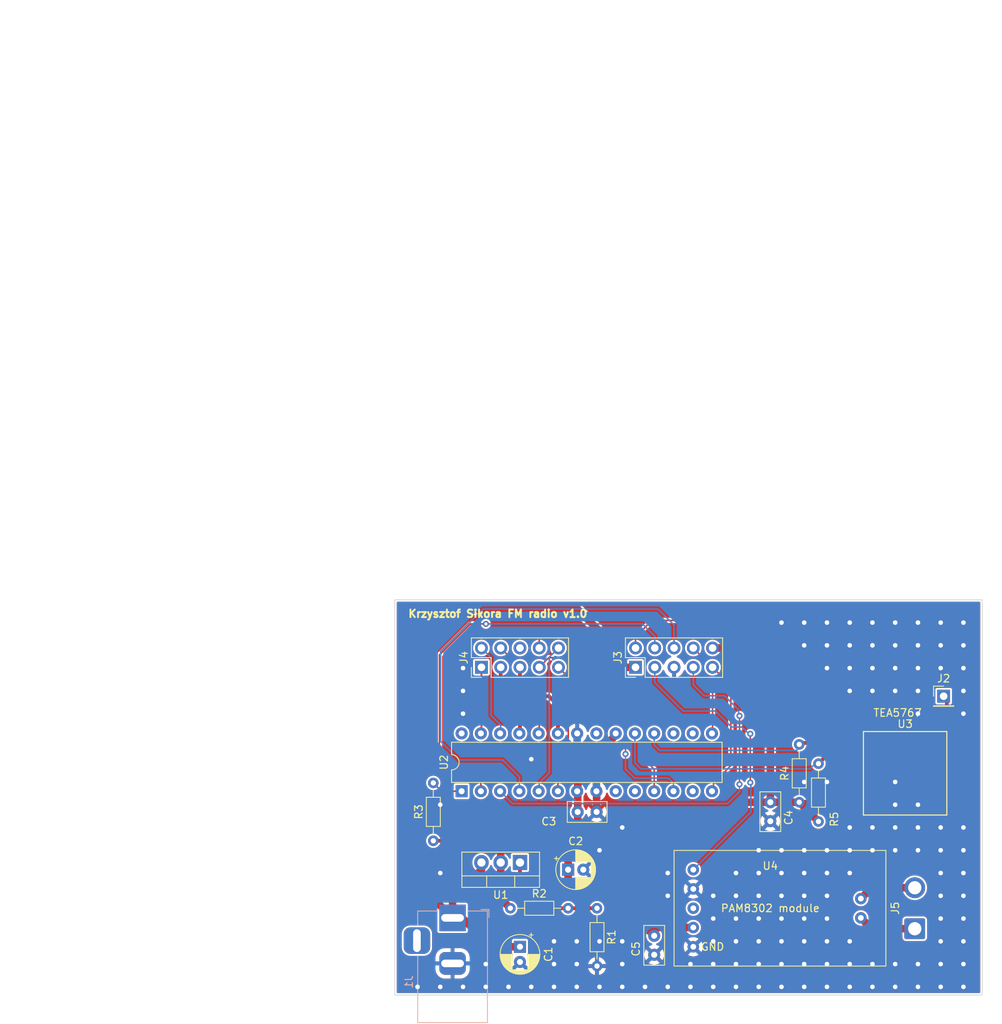
<source format=kicad_pcb>
(kicad_pcb (version 20211014) (generator pcbnew)
  (layers (0 "F.Cu" signal) (31 "B.Cu" signal) (34 "B.Paste" user) (35 "F.Paste" user) (36 "B.SilkS" user "B.Silkscreen") (37 "F.SilkS" user "F.Silkscreen") (38 "B.Mask" user) (39 "F.Mask" user) (44 "Edge.Cuts" user))
  (net 0 "")
  (net 1 "+9V")
  (net 2 "GND")
  (net 3 "+5V")
  (net 4 "Net-(J2-Pad1)")
  (net 5 "AUDIO_L")
  (net 6 "AUDIO_AMP")
  (net 7 "transistor0")
  (net 8 "transistor2")
  (net 9 "transistor1")
  (net 10 "encoderB")
  (net 11 "encoderA")
  (net 12 "switch4")
  (net 13 "switch3")
  (net 14 "switch2")
  (net 15 "switch1")
  (net 16 "switch0")
  (net 18 "OE(ED2)")
  (net 19 "LE(ED1)")
  (net 20 "CLK")
  (net 21 "SDI")
  (net 22 "Net-(J5-Pad1)")
  (net 23 "Net-(J5-Pad2)")
  (net 24 "Net-(R1-Pad1)")
  (net 25 "Net-(R3-Pad2)")
  (net 26 "I2C_DATA")
  (net 27 "I2C_CLK")
  (footprint "Resistor_THT:R_Axial_DIN0204_L3.6mm_D1.6mm_P7.62mm_Horizontal" (layer "F.Cu") (at 107.95 107.95 90)
    (fp_text reference "R5" (at 0.3 2.08 90) (layer "F.SilkS"))
    (fp_text value "10k")
    (pad "1" thru_hole circle locked (at 0 0 90) (size 1.4 1.4) (drill 0.7) (layers *.Cu *.Mask) (net 3 "+5V"))
    (pad "2" thru_hole oval locked (at 7.62 0 90) (size 1.4 1.4) (drill 0.7) (layers *.Cu *.Mask) (net 27 "I2C_CLK"))
  )
  (footprint "Capacitor_THT:C_Disc_D5.0mm_W2.5mm_P2.50mm" (layer "F.Cu") (at 76.19 106.69)
    (fp_text reference "C3" (at -3.8 1.26) (layer "F.SilkS"))
    (fp_text value "100n")
    (pad "1" thru_hole circle locked (at 0 0) (size 1.6 1.6) (drill 0.8) (layers *.Cu *.Mask) (net 3 "+5V"))
    (pad "2" thru_hole circle locked (at 2.5 0) (size 1.6 1.6) (drill 0.8) (layers *.Cu *.Mask) (net 2 "GND"))
  )
  (footprint "Capacitor_THT:C_Disc_D5.0mm_W2.5mm_P2.50mm" (layer "F.Cu") (at 101.6 105.41 -90)
    (fp_text reference "C4" (at 2.03 -2.41 90) (layer "F.SilkS"))
    (fp_text value "100n")
    (pad "1" thru_hole circle locked (at 0 0 270) (size 1.6 1.6) (drill 0.8) (layers *.Cu *.Mask) (net 3 "+5V"))
    (pad "2" thru_hole circle locked (at 2.5 0 270) (size 1.6 1.6) (drill 0.8) (layers *.Cu *.Mask) (net 2 "GND"))
  )
  (footprint "Package_TO_SOT_THT:TO-220-3_Vertical" (layer "F.Cu") (at 68.58 113.355 180)
    (fp_text reference "U1" (at 2.54 -4.27) (layer "F.SilkS"))
    (fp_text value "LM317_3PinPackage")
    (pad "1" thru_hole rect locked (at 0 0 180) (size 1.905 2) (drill 1.1) (layers *.Cu *.Mask) (net 24 "Net-(R1-Pad1)"))
    (pad "2" thru_hole oval locked (at 2.54 0 180) (size 1.905 2) (drill 1.1) (layers *.Cu *.Mask) (net 3 "+5V"))
    (pad "3" thru_hole oval locked (at 5.08 0 180) (size 1.905 2) (drill 1.1) (layers *.Cu *.Mask) (net 1 "+9V"))
  )
  (footprint "Resistor_THT:R_Axial_DIN0204_L3.6mm_D1.6mm_P7.62mm_Horizontal" (layer "F.Cu") (at 57.15 110.49 90)
    (fp_text reference "R3" (at 3.81 -1.92 90) (layer "F.SilkS"))
    (fp_text value "10k")
    (pad "1" thru_hole circle locked (at 0 0 90) (size 1.4 1.4) (drill 0.7) (layers *.Cu *.Mask) (net 3 "+5V"))
    (pad "2" thru_hole oval locked (at 7.62 0 90) (size 1.4 1.4) (drill 0.7) (layers *.Cu *.Mask) (net 25 "Net-(R3-Pad2)"))
  )
  (footprint "Connector_PinHeader_2.54mm:PinHeader_2x05_P2.54mm_Vertical" (layer "F.Cu") (at 63.5 87.63 90)
    (fp_text reference "J4" (at 1.27 -2.33 90) (layer "F.SilkS"))
    (fp_text value "Conn_02x05_Counter_Clockwise")
    (pad "1" thru_hole rect locked (at 0 0 90) (size 1.7 1.7) (drill 1) (layers *.Cu *.Mask) (net 12 "switch4"))
    (pad "2" thru_hole oval locked (at 2.54 0 90) (size 1.7 1.7) (drill 1) (layers *.Cu *.Mask) (net 13 "switch3"))
    (pad "3" thru_hole oval locked (at 0 2.54 90) (size 1.7 1.7) (drill 1) (layers *.Cu *.Mask) (net 14 "switch2"))
    (pad "4" thru_hole oval locked (at 2.54 2.54 90) (size 1.7 1.7) (drill 1) (layers *.Cu *.Mask) (net 15 "switch1"))
    (pad "5" thru_hole oval locked (at 0 5.08 90) (size 1.7 1.7) (drill 1) (layers *.Cu *.Mask) (net 16 "switch0"))
    (pad "6" thru_hole oval locked (at 2.54 5.08 90) (size 1.7 1.7) (drill 1) (layers *.Cu *.Mask))
    (pad "7" thru_hole oval locked (at 0 7.62 90) (size 1.7 1.7) (drill 1) (layers *.Cu *.Mask) (net 18 "OE(ED2)"))
    (pad "8" thru_hole oval locked (at 2.54 7.62 90) (size 1.7 1.7) (drill 1) (layers *.Cu *.Mask) (net 19 "LE(ED1)"))
    (pad "9" thru_hole oval locked (at 0 10.16 90) (size 1.7 1.7) (drill 1) (layers *.Cu *.Mask) (net 20 "CLK"))
    (pad "10" thru_hole oval locked (at 2.54 10.16 90) (size 1.7 1.7) (drill 1) (layers *.Cu *.Mask) (net 21 "SDI"))
  )
  (footprint "Resistor_THT:R_Axial_DIN0204_L3.6mm_D1.6mm_P7.62mm_Horizontal" (layer "F.Cu") (at 67.31 119.38)
    (fp_text reference "R2" (at 3.81 -1.92) (layer "F.SilkS"))
    (fp_text value "330")
    (pad "1" thru_hole circle locked (at 0 0) (size 1.4 1.4) (drill 0.7) (layers *.Cu *.Mask) (net 3 "+5V"))
    (pad "2" thru_hole oval locked (at 7.62 0) (size 1.4 1.4) (drill 0.7) (layers *.Cu *.Mask) (net 24 "Net-(R1-Pad1)"))
  )
  (footprint "footprint:TEA5767_SMD" (layer "F.Cu") (at 119.38 101.6)
    (fp_text reference "U3" (at 0 -6.5) (layer "F.SilkS"))
    (fp_text value "TEA5767" (at -1 -7.9706) (layer "F.SilkS"))
    (pad "1" smd oval locked (at -5.5 -4) (size 3 1.5) (layers "F.Cu" "F.Paste" "F.Mask") (net 26 "I2C_DATA"))
    (pad "2" smd oval locked (at -5.5 -2) (size 3 1.5) (layers "F.Cu" "F.Paste" "F.Mask") (net 27 "I2C_CLK"))
    (pad "3" smd oval locked (at -5.5 0) (size 3 1.5) (layers "F.Cu" "F.Paste" "F.Mask") (net 2 "GND"))
    (pad "4" smd oval locked (at -5.5 2) (size 3 1.5) (layers "F.Cu" "F.Paste" "F.Mask"))
    (pad "5" smd oval locked (at -5.5 4) (size 3 1.5) (layers "F.Cu" "F.Paste" "F.Mask") (net 3 "+5V"))
    (pad "6" smd oval locked (at 5.5 4) (size 3 1.5) (layers "F.Cu" "F.Paste" "F.Mask") (net 2 "GND"))
    (pad "7" smd oval locked (at 5.5 2) (size 3 1.5) (layers "F.Cu" "F.Paste" "F.Mask") (net 5 "AUDIO_L"))
    (pad "8" smd oval locked (at 5.5 0) (size 3 1.5) (layers "F.Cu" "F.Paste" "F.Mask"))
    (pad "9" smd oval locked (at 5.5 -2) (size 3 1.5) (layers "F.Cu" "F.Paste" "F.Mask"))
    (pad "10" smd oval locked (at 5.5 -4) (size 3 1.5) (layers "F.Cu" "F.Paste" "F.Mask") (net 4 "Net-(J2-Pad1)"))
  )
  (footprint "Connector_PinHeader_2.54mm:PinHeader_1x01_P2.54mm_Vertical" (layer "F.Cu") (at 124.46 91.44)
    (fp_text reference "J2" (at 0 -2.33) (layer "F.SilkS"))
    (fp_text value "Conn_01x01_Female")
    (pad "1" thru_hole rect locked (at 0 0) (size 1.7 1.7) (drill 1) (layers *.Cu *.Mask) (net 4 "Net-(J2-Pad1)"))
  )
  (footprint "Resistor_THT:R_Axial_DIN0204_L3.6mm_D1.6mm_P7.62mm_Horizontal" (layer "F.Cu") (at 78.74 119.38 -90)
    (fp_text reference "R1" (at 3.81 -1.92 90) (layer "F.SilkS"))
    (fp_text value "1k")
    (pad "1" thru_hole circle locked (at 0 0 270) (size 1.4 1.4) (drill 0.7) (layers *.Cu *.Mask) (net 24 "Net-(R1-Pad1)"))
    (pad "2" thru_hole oval locked (at 7.62 0 270) (size 1.4 1.4) (drill 0.7) (layers *.Cu *.Mask) (net 2 "GND"))
  )
  (footprint "Connector_PinHeader_2.54mm:PinHeader_2x05_P2.54mm_Vertical" (layer "F.Cu") (at 83.82 87.63 90)
    (fp_text reference "J3" (at 1.27 -2.33 90) (layer "F.SilkS"))
    (fp_text value "Conn_02x05_Counter_Clockwise")
    (pad "1" thru_hole rect locked (at 0 0 90) (size 1.7 1.7) (drill 1) (layers *.Cu *.Mask) (net 1 "+9V"))
    (pad "2" thru_hole oval locked (at 2.54 0 90) (size 1.7 1.7) (drill 1) (layers *.Cu *.Mask) (net 5 "AUDIO_L"))
    (pad "3" thru_hole oval locked (at 0 2.54 90) (size 1.7 1.7) (drill 1) (layers *.Cu *.Mask) (net 6 "AUDIO_AMP"))
    (pad "4" thru_hole oval locked (at 2.54 2.54 90) (size 1.7 1.7) (drill 1) (layers *.Cu *.Mask) (net 7 "transistor0"))
    (pad "5" thru_hole oval locked (at 0 5.08 90) (size 1.7 1.7) (drill 1) (layers *.Cu *.Mask) (net 2 "GND"))
    (pad "6" thru_hole oval locked (at 2.54 5.08 90) (size 1.7 1.7) (drill 1) (layers *.Cu *.Mask) (net 8 "transistor2"))
    (pad "7" thru_hole oval locked (at 0 7.62 90) (size 1.7 1.7) (drill 1) (layers *.Cu *.Mask) (net 9 "transistor1"))
    (pad "8" thru_hole oval locked (at 2.54 7.62 90) (size 1.7 1.7) (drill 1) (layers *.Cu *.Mask) (net 10 "encoderB"))
    (pad "9" thru_hole oval locked (at 0 10.16 90) (size 1.7 1.7) (drill 1) (layers *.Cu *.Mask) (net 11 "encoderA"))
    (pad "10" thru_hole oval locked (at 2.54 10.16 90) (size 1.7 1.7) (drill 1) (layers *.Cu *.Mask) (net 3 "+5V"))
  )
  (footprint "Capacitor_THT:CP_Radial_D5.0mm_P2.00mm" (layer "F.Cu") (at 74.93 114.3)
    (fp_text reference "C2" (at 1 -3.75) (layer "F.SilkS"))
    (fp_text value "10uF")
    (pad "1" thru_hole rect locked (at 0 0) (size 1.6 1.6) (drill 0.8) (layers *.Cu *.Mask) (net 3 "+5V"))
    (pad "2" thru_hole circle locked (at 2 0) (size 1.6 1.6) (drill 0.8) (layers *.Cu *.Mask) (net 2 "GND"))
  )
  (footprint "Resistor_THT:R_Axial_DIN0204_L3.6mm_D1.6mm_P7.62mm_Horizontal" (layer "F.Cu") (at 105.41 105.41 90)
    (fp_text reference "R4" (at 3.81 -1.92 90) (layer "F.SilkS"))
    (fp_text value "10k")
    (pad "1" thru_hole circle locked (at 0 0 90) (size 1.4 1.4) (drill 0.7) (layers *.Cu *.Mask) (net 3 "+5V"))
    (pad "2" thru_hole oval locked (at 7.62 0 90) (size 1.4 1.4) (drill 0.7) (layers *.Cu *.Mask) (net 26 "I2C_DATA"))
  )
  (footprint "footprint:PAM8302" (layer "F.Cu") (at 101.6 114.3)
    (fp_text reference "U4" (at 0 -0.5 unlocked) (layer "F.SilkS"))
    (fp_text value "PAM8302_module")
    (fp_text user "PAM8302 module" (at 0 5.08 unlocked) (layer "F.SilkS"))
    (fp_text user "GND" (at -7.62 10.16 unlocked) (layer "F.SilkS"))
    (pad "1" thru_hole circle (at -10.16 0) (size 1.524 1.524) (drill 0.762) (layers *.Cu *.Mask) (net 6 "AUDIO_AMP"))
    (pad "2" thru_hole circle (at -10.16 2.54) (size 1.524 1.524) (drill 0.762) (layers *.Cu *.Mask) (net 2 "GND"))
    (pad "3" thru_hole circle (at -10.16 5.08) (size 1.524 1.524) (drill 0.762) (layers *.Cu *.Mask))
    (pad "4" thru_hole circle (at -10.16 7.62) (size 1.524 1.524) (drill 0.762) (layers *.Cu *.Mask) (net 3 "+5V"))
    (pad "5" thru_hole circle (at -10.16 10.16) (size 1.524 1.524) (drill 0.762) (layers *.Cu *.Mask) (net 2 "GND"))
    (pad "6" thru_hole circle (at 11.938 3.81) (size 1.524 1.524) (drill 0.762) (layers *.Cu *.Mask) (net 23 "Net-(J5-Pad2)"))
    (pad "7" thru_hole circle (at 11.938 6.35) (size 1.524 1.524) (drill 0.762) (layers *.Cu *.Mask) (net 22 "Net-(J5-Pad1)"))
  )
  (footprint "Package_DIP:DIP-28_W7.62mm" (layer "F.Cu") (at 60.8838 103.9622 90)
    (fp_text reference "U2" (at 3.81 -2.33 90) (layer "F.SilkS"))
    (fp_text value "ATmega8A-PU")
    (pad "1" thru_hole rect locked (at 0 0 90) (size 1.6 1.6) (drill 0.8) (layers *.Cu *.Mask) (net 25 "Net-(R3-Pad2)"))
    (pad "2" thru_hole oval locked (at 0 2.54 90) (size 1.6 1.6) (drill 0.8) (layers *.Cu *.Mask) (net 7 "transistor0"))
    (pad "3" thru_hole oval locked (at 0 5.08 90) (size 1.6 1.6) (drill 0.8) (layers *.Cu *.Mask) (net 9 "transistor1"))
    (pad "4" thru_hole oval locked (at 0 7.62 90) (size 1.6 1.6) (drill 0.8) (layers *.Cu *.Mask) (net 8 "transistor2"))
    (pad "5" thru_hole oval locked (at 0 10.16 90) (size 1.6 1.6) (drill 0.8) (layers *.Cu *.Mask) (net 21 "SDI"))
    (pad "6" thru_hole oval locked (at 0 12.7 90) (size 1.6 1.6) (drill 0.8) (layers *.Cu *.Mask) (net 20 "CLK"))
    (pad "7" thru_hole oval locked (at 0 15.24 90) (size 1.6 1.6) (drill 0.8) (layers *.Cu *.Mask) (net 3 "+5V"))
    (pad "8" thru_hole oval locked (at 0 17.78 90) (size 1.6 1.6) (drill 0.8) (layers *.Cu *.Mask) (net 2 "GND"))
    (pad "9" thru_hole oval locked (at 0 20.32 90) (size 1.6 1.6) (drill 0.8) (layers *.Cu *.Mask))
    (pad "10" thru_hole oval locked (at 0 22.86 90) (size 1.6 1.6) (drill 0.8) (layers *.Cu *.Mask))
    (pad "11" thru_hole oval locked (at 0 25.4 90) (size 1.6 1.6) (drill 0.8) (layers *.Cu *.Mask) (net 19 "LE(ED1)"))
    (pad "12" thru_hole oval locked (at 0 27.94 90) (size 1.6 1.6) (drill 0.8) (layers *.Cu *.Mask) (net 18 "OE(ED2)"))
    (pad "13" thru_hole oval locked (at 0 30.48 90) (size 1.6 1.6) (drill 0.8) (layers *.Cu *.Mask))
    (pad "14" thru_hole oval locked (at 0 33.02 90) (size 1.6 1.6) (drill 0.8) (layers *.Cu *.Mask) (net 11 "encoderA"))
    (pad "15" thru_hole oval locked (at 7.62 33.02 90) (size 1.6 1.6) (drill 0.8) (layers *.Cu *.Mask) (net 10 "encoderB"))
    (pad "16" thru_hole oval locked (at 7.62 30.48 90) (size 1.6 1.6) (drill 0.8) (layers *.Cu *.Mask))
    (pad "17" thru_hole oval locked (at 7.62 27.94 90) (size 1.6 1.6) (drill 0.8) (layers *.Cu *.Mask))
    (pad "18" thru_hole oval locked (at 7.62 25.4 90) (size 1.6 1.6) (drill 0.8) (layers *.Cu *.Mask) (net 26 "I2C_DATA"))
    (pad "19" thru_hole oval locked (at 7.62 22.86 90) (size 1.6 1.6) (drill 0.8) (layers *.Cu *.Mask) (net 27 "I2C_CLK"))
    (pad "20" thru_hole oval locked (at 7.62 20.32 90) (size 1.6 1.6) (drill 0.8) (layers *.Cu *.Mask) (net 3 "+5V"))
    (pad "21" thru_hole oval locked (at 7.62 17.78 90) (size 1.6 1.6) (drill 0.8) (layers *.Cu *.Mask))
    (pad "22" thru_hole oval locked (at 7.62 15.24 90) (size 1.6 1.6) (drill 0.8) (layers *.Cu *.Mask) (net 2 "GND"))
    (pad "23" thru_hole oval locked (at 7.62 12.7 90) (size 1.6 1.6) (drill 0.8) (layers *.Cu *.Mask) (net 16 "switch0"))
    (pad "24" thru_hole oval locked (at 7.62 10.16 90) (size 1.6 1.6) (drill 0.8) (layers *.Cu *.Mask) (net 15 "switch1"))
    (pad "25" thru_hole oval locked (at 7.62 7.62 90) (size 1.6 1.6) (drill 0.8) (layers *.Cu *.Mask) (net 14 "switch2"))
    (pad "26" thru_hole oval locked (at 7.62 5.08 90) (size 1.6 1.6) (drill 0.8) (layers *.Cu *.Mask) (net 13 "switch3"))
    (pad "27" thru_hole oval locked (at 7.62 2.54 90) (size 1.6 1.6) (drill 0.8) (layers *.Cu *.Mask) (net 12 "switch4"))
    (pad "28" thru_hole oval locked (at 7.62 0 90) (size 1.6 1.6) (drill 0.8) (layers *.Cu *.Mask))
  )
  (footprint "Capacitor_THT:CP_Radial_D5.0mm_P2.00mm" (layer "F.Cu") (at 68.58 124.46 -90)
    (fp_text reference "C1" (at 1 -3.75 90) (layer "F.SilkS"))
    (fp_text value "4.7uF")
    (pad "1" thru_hole rect locked (at 0 0 270) (size 1.6 1.6) (drill 0.8) (layers *.Cu *.Mask) (net 1 "+9V"))
    (pad "2" thru_hole circle locked (at 2 0 270) (size 1.6 1.6) (drill 0.8) (layers *.Cu *.Mask) (net 2 "GND"))
  )
  (footprint "Connector_Wire:SolderWire-1sqmm_1x02_P5.4mm_D1.4mm_OD2.7mm" (layer "F.Cu") (at 120.65 122.08 90)
    (fp_text reference "J5" (at 2.7 -2.58 90) (layer "F.SilkS"))
    (fp_text value "Conn_01x02")
    (pad "1" thru_hole roundrect locked (at 0 0 90) (size 2.75 2.75) (drill 1.75) (layers *.Cu *.Mask) (roundrect_rratio 0.09090909091) (net 22 "Net-(J5-Pad1)"))
    (pad "2" thru_hole circle locked (at 5.4 0 90) (size 2.75 2.75) (drill 1.75) (layers *.Cu *.Mask) (net 23 "Net-(J5-Pad2)"))
  )
  (footprint "Capacitor_THT:C_Disc_D5.0mm_W2.5mm_P2.50mm" (layer "F.Cu") (at 86.2838 123.0122 -90)
    (fp_text reference "C5" (at 1.7378 2.4138 90) (layer "F.SilkS"))
    (fp_text value "100n")
    (pad "1" thru_hole circle locked (at 0 0 270) (size 1.6 1.6) (drill 0.8) (layers *.Cu *.Mask) (net 3 "+5V"))
    (pad "2" thru_hole circle locked (at 2.5 0 270) (size 1.6 1.6) (drill 0.8) (layers *.Cu *.Mask) (net 2 "GND"))
  )
  (footprint "Connector_BarrelJack:BarrelJack_Horizontal" (layer "B.Cu") (at 59.69 120.65 90)
    (fp_text reference "J1" (at -8.45 -5.75 90) (layer "B.SilkS") (effects (justify mirror)))
    (fp_text value "Barrel_Jack")
    (pad "1" thru_hole rect locked (at 0 0 90) (size 3.5 3.5) (drill oval 1 3) (layers *.Cu *.Mask) (net 1 "+9V"))
    (pad "2" thru_hole roundrect locked (at -6 0 90) (size 3 3.5) (drill oval 1 3) (layers *.Cu *.Mask) (net 2 "GND"))
    (pad "3" thru_hole roundrect locked (at -3 -4.7 90) (size 3.5 3.5) (drill oval 3 1) (layers *.Cu *.Mask))
  )
  (gr_rect (start 52.07 130.81) (end 129.54 78.74) (layer "Edge.Cuts") (width 0.1) (fill none))
  (gr_text "Krzysztof Sikora FM radio v1.0" (at 65.659 80.5688) (layer "F.SilkS") (effects (font (size 1 1) (thickness 0.25))))
  (segment (start 59.69 120.65) (end 60.96 120.65) (width 1) (layer "F.Cu") (net 1))
  (segment (start 76.2 80.01) (end 57.15 80.01) (width 1) (layer "F.Cu") (net 1))
  (segment (start 63.5 114.3) (end 59.69 118.11) (width 1) (layer "F.Cu") (net 1))
  (segment (start 81.28 87.63) (end 78.74 85.09) (width 1) (layer "F.Cu") (net 1))
  (segment (start 57.15 80.01) (end 54.61 82.55) (width 1) (layer "F.Cu") (net 1))
  (segment (start 54.61 82.55) (end 54.61 115.57) (width 1) (layer "F.Cu") (net 1))
  (segment (start 54.61 115.57) (end 59.69 120.65) (width 1) (layer "F.Cu") (net 1))
  (segment (start 78.74 85.09) (end 78.74 82.55) (width 1) (layer "F.Cu") (net 1))
  (segment (start 60.96 120.65) (end 64.77 124.46) (width 1) (layer "F.Cu") (net 1))
  (segment (start 64.77 124.46) (end 68.58 124.46) (width 1) (layer "F.Cu") (net 1))
  (segment (start 83.82 87.63) (end 81.28 87.63) (width 1) (layer "F.Cu") (net 1))
  (segment (start 63.5 113.355) (end 63.5 114.3) (width 1) (layer "F.Cu") (net 1))
  (segment (start 59.69 118.11) (end 59.69 120.65) (width 1) (layer "F.Cu") (net 1))
  (segment (start 78.74 82.55) (end 76.2 80.01) (width 1) (layer "F.Cu") (net 1))
  (segment (start 78.69 106.69) (end 78.69 103.9884) (width 1) (layer "F.Cu") (net 2))
  (segment (start 78.69 103.9884) (end 78.6638 103.9622) (width 1) (layer "F.Cu") (net 2))
  (via (at 124.07 117.74) (size 1) (drill 0.6) (layers "F.Cu" "B.Cu") (net 2))
  (via (at 106.07 114.74) (size 1) (drill 0.6) (layers "F.Cu" "B.Cu") (net 2))
  (via (at 118.07 81.74) (size 1) (drill 0.6) (layers "F.Cu" "B.Cu") (net 2))
  (via (at 115.07 87.74) (size 1) (drill 0.6) (layers "F.Cu" "B.Cu") (net 2))
  (via (at 70.07 129.74) (size 1) (drill 0.6) (layers "F.Cu" "B.Cu") (net 2))
  (via (at 127.07 87.74) (size 1) (drill 0.6) (layers "F.Cu" "B.Cu") (net 2))
  (via (at 82.07 108.74) (size 1) (drill 0.6) (layers "F.Cu" "B.Cu") (net 2))
  (via (at 97.07 129.74) (size 1) (drill 0.6) (layers "F.Cu" "B.Cu") (net 2))
  (via (at 61.07 129.74) (size 1) (drill 0.6) (layers "F.Cu" "B.Cu") (net 2))
  (via (at 106.07 126.74) (size 1) (drill 0.6) (layers "F.Cu" "B.Cu") (net 2))
  (via (at 115.07 126.74) (size 1) (drill 0.6) (layers "F.Cu" "B.Cu") (net 2))
  (via (at 112.07 111.74) (size 1) (drill 0.6) (layers "F.Cu" "B.Cu") (net 2))
  (via (at 106.07 123.74) (size 1) (drill 0.6) (layers "F.Cu" "B.Cu") (net 2))
  (via (at 112.07 108.74) (size 1) (drill 0.6) (layers "F.Cu" "B.Cu") (net 2))
  (via (at 127.07 117.74) (size 1) (drill 0.6) (layers "F.Cu" "B.Cu") (net 2))
  (via (at 94.07 123.74) (size 1) (drill 0.6) (layers "F.Cu" "B.Cu") (net 2))
  (via (at 103.07 123.74) (size 1) (drill 0.6) (layers "F.Cu" "B.Cu") (net 2))
  (via (at 118.07 90.74) (size 1) (drill 0.6) (layers "F.Cu" "B.Cu") (net 2))
  (via (at 127.07 129.74) (size 1) (drill 0.6) (layers "F.Cu" "B.Cu") (net 2))
  (via (at 109.07 129.74) (size 1) (drill 0.6) (layers "F.Cu" "B.Cu") (net 2))
  (via (at 82.07 129.74) (size 1) (drill 0.6) (layers "F.Cu" "B.Cu") (net 2))
  (via (at 73.07 126.74) (size 1) (drill 0.6) (layers "F.Cu" "B.Cu") (net 2))
  (via (at 109.07 81.74) (size 1) (drill 0.6) (layers "F.Cu" "B.Cu") (net 2))
  (via (at 115.07 129.74) (size 1) (drill 0.6) (layers "F.Cu" "B.Cu") (net 2))
  (via (at 106.07 81.74) (size 1) (drill 0.6) (layers "F.Cu" "B.Cu") (net 2))
  (via (at 94.07 120.74) (size 1) (drill 0.6) (layers "F.Cu" "B.Cu") (net 2))
  (via (at 112.07 87.74) (size 1) (drill 0.6) (layers "F.Cu" "B.Cu") (net 2))
  (via (at 103.07 111.74) (size 1) (drill 0.6) (layers "F.Cu" "B.Cu") (net 2))
  (via (at 124.07 123.74) (size 1) (drill 0.6) (layers "F.Cu" "B.Cu") (net 2))
  (via (at 124.07 84.74) (size 1) (drill 0.6) (layers "F.Cu" "B.Cu") (net 2))
  (via (at 124.07 129.74) (size 1) (drill 0.6) (layers "F.Cu" "B.Cu") (net 2))
  (via (at 112.07 84.74) (size 1) (drill 0.6) (layers "F.Cu" "B.Cu") (net 2))
  (via (at 109.07 120.74) (size 1) (drill 0.6) (layers "F.Cu" "B.Cu") (net 2))
  (via (at 127.07 93.74) (size 1) (drill 0.6) (layers "F.Cu" "B.Cu") (net 2))
  (via (at 100.07 129.74) (size 1) (drill 0.6) (layers "F.Cu" "B.Cu") (net 2))
  (via (at 112.07 126.74) (size 1) (drill 0.6) (layers "F.Cu" "B.Cu") (net 2))
  (via (at 76.07 126.74) (size 1) (drill 0.6) (layers "F.Cu" "B.Cu") (net 2))
  (via (at 91.07 129.74) (size 1) (drill 0.6) (layers "F.Cu" "B.Cu") (net 2))
  (via (at 109.07 123.74) (size 1) (drill 0.6) (layers "F.Cu" "B.Cu") (net 2))
  (via (at 106.07 117.74) (size 1) (drill 0.6) (layers "F.Cu" "B.Cu") (net 2))
  (via (at 109.07 111.74) (size 1) (drill 0.6) (layers "F.Cu" "B.Cu") (net 2))
  (via (at 76.07 129.74) (size 1) (drill 0.6) (layers "F.Cu" "B.Cu") (net 2))
  (via (at 109.07 126.74) (size 1) (drill 0.6) (layers "F.Cu" "B.Cu") (net 2))
  (via (at 124.07 81.74) (size 1) (drill 0.6) (layers "F.Cu" "B.Cu") (net 2))
  (via (at 82.07 126.74) (size 1) (drill 0.6) (layers "F.Cu" "B.Cu") (net 2))
  (via (at 118.07 111.74) (size 1) (drill 0.6) (layers "F.Cu" "B.Cu") (net 2))
  (via (at 97.07 126.74) (size 1) (drill 0.6) (layers "F.Cu" "B.Cu") (net 2))
  (via (at 64.07 129.74) (size 1) (drill 0.6) (layers "F.Cu" "B.Cu") (net 2))
  (via (at 100.07 111.74) (size 1) (drill 0.6) (layers "F.Cu" "B.Cu") (net 2))
  (via (at 97.07 120.74) (size 1) (drill 0.6) (layers "F.Cu" "B.Cu") (net 2))
  (via (at 79.07 129.74) (size 1) (drill 0.6) (layers "F.Cu" "B.Cu") (net 2))
  (via (at 127.07 123.74) (size 1) (drill 0.6) (layers "F.Cu" "B.Cu") (net 2))
  (via (at 127.07 81.74) (size 1) (drill 0.6) (layers "F.Cu" "B.Cu") (net 2))
  (via (at 100.07 123.74) (size 1) (drill 0.6) (layers "F.Cu" "B.Cu") (net 2))
  (via (at 94.07 126.74) (size 1) (drill 0.6) (layers "F.Cu" "B.Cu") (net 2))
  (via (at 115.07 108.74) (size 1) (drill 0.6) (layers "F.Cu" "B.Cu") (net 2))
  (via (at 115.07 111.74) (size 1) (drill 0.6) (layers "F.Cu" "B.Cu") (net 2))
  (via (at 79.07 123.74) (size 1) (drill 0.6) (layers "F.Cu" "B.Cu") (net 2))
  (via (at 112.07 90.74) (size 1) (drill 0.6) (layers "F.Cu" "B.Cu") (net 2))
  (via (at 103.07 117.74) (size 1) (drill 0.6) (layers "F.Cu" "B.Cu") (net 2))
  (via (at 97.07 123.74) (size 1) (drill 0.6) (layers "F.Cu" "B.Cu") (net 2))
  (via (at 76.07 123.74) (size 1) (drill 0.6) (layers "F.Cu" "B.Cu") (net 2))
  (via (at 88.07 117.74) (size 1) (drill 0.6) (layers "F.Cu" "B.Cu") (net 2))
  (via (at 94.07 129.74) (size 1) (drill 0.6) (layers "F.Cu" "B.Cu") (net 2))
  (via (at 61.07 93.74) (size 1) (drill 0.6) (layers "F.Cu" "B.Cu") (net 2))
  (via (at 103.07 81.74) (size 1) (drill 0.6) (layers "F.Cu" "B.Cu") (net 2))
  (via (at 121.07 105.74) (size 1) (drill 0.6) (layers "F.Cu" "B.Cu") (net 2))
  (via (at 82.07 123.74) (size 1) (drill 0.6) (layers "F.Cu" "B.Cu") (net 2))
  (via (at 97.07 117.74) (size 1) (drill 0.6) (layers "F.Cu" "B.Cu") (net 2))
  (via (at 118.07 126.74) (size 1) (drill 0.6) (layers "F.Cu" "B.Cu") (net 2))
  (via (at 97.07 114.74) (size 1) (drill 0.6) (layers "F.Cu" "B.Cu") (net 2))
  (via (at 103.07 114.74) (size 1) (drill 0.6) (layers "F.Cu" "B.Cu") (net 2))
  (via (at 106.07 84.74) (size 1) (drill 0.6) (layers "F.Cu" "B.Cu") (net 2))
  (via (at 106.07 120.74) (size 1) (drill 0.6) (layers "F.Cu" "B.Cu") (net 2))
  (via (at 127.07 120.74) (size 1) (drill 0.6) (layers "F.Cu" "B.Cu") (net 2))
  (via (at 94.07 117.74) (size 1) (drill 0.6) (layers "F.Cu" "B.Cu") (net 2))
  (via (at 58.07 129.74) (size 1) (drill 0.6) (layers "F.Cu" "B.Cu") (net 2))
  (via (at 121.07 90.74) (size 1) (drill 0.6) (layers "F.Cu" "B.Cu") (net 2))
  (via (at 121.07 81.74) (size 1) (drill 0.6) (layers "F.Cu" "B.Cu") (net 2))
  (via (at 124.07 108.74) (size 1) (drill 0.6) (layers "F.Cu" "B.Cu") (net 2))
  (via (at 118.07 129.74) (size 1) (drill 0.6) (layers "F.Cu" "B.Cu") (net 2))
  (via (at 112.07 81.74) (size 1) (drill 0.6) (layers "F.Cu" "B.Cu") (net 2))
  (via (at 103.07 129.74) (size 1) (drill 0.6) (layers "F.Cu" "B.Cu") (net 2))
  (via (at 109.07 114.74) (size 1) (drill 0.6) (layers "F.Cu" "B.Cu") (net 2))
  (via (at 91.07 126.74) (size 1) (drill 0.6) (layers "F.Cu" "B.Cu") (net 2))
  (via (at 121.07 126.74) (size 1) (drill 0.6) (layers "F.Cu" "B.Cu") (net 2))
  (via (at 118.07 102.74) (size 1) (drill 0.6) (layers "F.Cu" "B.Cu") (net 2))
  (via (at 118.07 105.74) (size 1) (drill 0.6) (layers "F.Cu" "B.Cu") (net 2))
  (via (at 124.07 120.74) (size 1) (drill 0.6) (layers "F.Cu" "B.Cu") (net 2))
  (via (at 109.07 102.74) (size 1) (drill 0.6) (layers "F.Cu" "B.Cu") (net 2))
  (via (at 112.07 123.74) (size 1) (drill 0.6) (layers "F.Cu" "B.Cu") (net 2))
  (via (at 61.07 87.74) (size 1) (drill 0.6) (layers "F.Cu" "B.Cu") (net 2))
  (via (at 109.07 117.74) (size 1) (drill 0.6) (layers "F.Cu" "B.Cu") (net 2))
  (via (at 124.07 126.74) (size 1) (drill 0.6) (layers "F.Cu" "B.Cu") (net 2))
  (via (at 109.07 87.74) (size 1) (drill 0.6) (layers "F.Cu" "B.Cu") (net 2))
  (via (at 103.07 126.74) (size 1) (drill 0.6) (layers "F.Cu" "B.Cu") (net 2))
  (via (at 73.07 123.74) (size 1) (drill 0.6) (layers "F.Cu" "B.Cu") (net 2))
  (via (at 118.07 84.74) (size 1) (drill 0.6) (layers "F.Cu" "B.Cu") (net 2))
  (via (at 58.07 105.74) (size 1) (drill 0.6) (layers "F.Cu" "B.Cu") (net 2))
  (via (at 127.07 126.74) (size 1) (drill 0.6) (layers "F.Cu" "B.Cu") (net 2))
  (via (at 115.07 90.74) (size 1) (drill 0.6) (layers "F.Cu" "B.Cu") (net 2))
  (via (at 127.07 84.74) (size 1) (drill 0.6) (layers "F.Cu" "B.Cu") (net 2))
  (via (at 127.07 108.74) (size 1) (drill 0.6) (layers "F.Cu" "B.Cu") (net 2))
  (via (at 67.07 129.74) (size 1) (drill 0.6) (layers "F.Cu" "B.Cu") (net 2))
  (via (at 118.07 108.74) (size 1) (drill 0.6) (layers "F.Cu" "B.Cu") (net 2))
  (via (at 127.07 90.74) (size 1) (drill 0.6) (layers "F.Cu" "B.Cu") (net 2))
  (via (at 115.07 81.74) (size 1) (drill 0.6) (layers "F.Cu" "B.Cu") (net 2))
  (via (at 55.07 129.74) (size 1) (drill 0.6) (layers "F.Cu" "B.Cu") (net 2))
  (via (at 124.07 114.74) (size 1) (drill 0.6) (layers "F.Cu" "B.Cu") (net 2))
  (via (at 61.07 90.74) (size 1) (drill 0.6) (layers "F.Cu" "B.Cu") (net 2))
  (via (at 58.07 114.74) (size 1) (drill 0.6) (layers "F.Cu" "B.Cu") (net 2))
  (via (at 121.07 129.74) (size 1) (drill 0.6) (layers "F.Cu" "B.Cu") (net 2))
  (via (at 115.07 84.74) (size 1) (drill 0.6) (layers "F.Cu" "B.Cu") (net 2))
  (via (at 103.07 120.74) (size 1) (drill 0.6) (layers "F.Cu" "B.Cu") (net 2))
  (via (at 88.07 129.74) (size 1) (drill 0.6) (layers "F.Cu" "B.Cu") (net 2))
  (via (at 127.07 111.74) (size 1) (drill 0.6) (layers "F.Cu" "B.Cu") (net 2))
  (via (at 106.07 111.74) (size 1) (drill 0.6) (layers "F.Cu" "B.Cu") (net 2))
  (via (at 100.07 117.74) (size 1) (drill 0.6) (layers "F.Cu" "B.Cu") (net 2))
  (via (at 118.07 87.74) (size 1) (drill 0.6) (layers "F.Cu" "B.Cu") (net 2))
  (via (at 70.07 99.74) (size 1) (drill 0.6) (layers "F.Cu" "B.Cu") (net 2))
  (via (at 127.07 114.74) (size 1) (drill 0.6) (layers "F.Cu" "B.Cu") (net 2))
  (via (at 106.07 129.74) (size 1) (drill 0.6) (layers "F.Cu" "B.Cu") (net 2))
  (via (at 121.07 111.74) (size 1) (drill 0.6) (layers "F.Cu" "B.Cu") (net 2))
  (via (at 121.07 87.74) (size 1) (drill 0.6) (layers "F.Cu" "B.Cu") (net 2))
  (via (at 112.07 114.74) (size 1) (drill 0.6) (layers "F.Cu" "B.Cu") (net 2))
  (via (at 79.07 111.74) (size 1) (drill 0.6) (layers "F.Cu" "B.Cu") (net 2))
  (via (at 64.07 126.74) (size 1) (drill 0.6) (layers "F.Cu" "B.Cu") (net 2))
  (via (at 121.07 93.74) (size 1) (drill 0.6) (layers "F.Cu" "B.Cu") (net 2))
  (via (at 124.07 111.74) (size 1) (drill 0.6) (layers "F.Cu" "B.Cu") (net 2))
  (via (at 109.07 84.74) (size 1) (drill 0.6) (layers "F.Cu" "B.Cu") (net 2))
  (via (at 100.07 114.74) (size 1) (drill 0.6) (layers "F.Cu" "B.Cu") (net 2))
  (via (at 121.07 84.74) (size 1) (drill 0.6) (layers "F.Cu" "B.Cu") (net 2))
  (via (at 85.07 129.74) (size 1) (drill 0.6) (layers "F.Cu" "B.Cu") (net 2))
  (via (at 106.07 102.74) (size 1) (drill 0.6) (layers "F.Cu" "B.Cu") (net 2))
  (via (at 121.07 108.74) (size 1) (drill 0.6) (layers "F.Cu" "B.Cu") (net 2))
  (via (at 124.07 87.74) (size 1) (drill 0.6) (layers "F.Cu" "B.Cu") (net 2))
  (via (at 100.07 126.74) (size 1) (drill 0.6) (layers "F.Cu" "B.Cu") (net 2))
  (via (at 73.07 129.74) (size 1) (drill 0.6) (layers "F.Cu" "B.Cu") (net 2))
  (via (at 100.07 120.74) (size 1) (drill 0.6) (layers "F.Cu" "B.Cu") (net 2))
  (via (at 88.07 114.74) (size 1) (drill 0.6) (layers "F.Cu" "B.Cu") (net 2))
  (via (at 112.07 129.74) (size 1) (drill 0.6) (layers "F.Cu" "B.Cu") (net 2))
  (segment (start 76.1238 96.3422) (end 76.1238 99.1238) (width 1) (layer "B.Cu") (net 2))
  (segment (start 78.6638 101.6638) (end 78.6638 103.9622) (width 1) (layer "B.Cu") (net 2))
  (segment (start 76.1238 99.1238) (end 78.6638 101.6638) (width 1) (layer "B.Cu") (net 2))
  (segment (start 76.2 102.87) (end 76.2 106.68) (width 1) (layer "F.Cu") (net 3))
  (segment (start 88.2904 109.5756) (end 81.026 116.84) (width 1) (layer "F.Cu") (net 3))
  (segment (start 86.36 121.92) (end 91.44 121.92) (width 1) (layer "F.Cu") (net 3))
  (segment (start 101.6 105.41) (end 97.79 105.41) (width 1) (layer "F.Cu") (net 3))
  (segment (start 86.36 121.92) (end 86.1172 121.6772) (width 1) (layer "F.Cu") (net 3))
  (segment (start 85.1804 120.842) (end 85.1804 121.6772) (width 1) (layer "F.Cu") (net 3))
  (segment (start 101.6 90.17) (end 101.6 105.41) (width 1) (layer "F.Cu") (net 3))
  (segment (start 105.6 105.6) (end 105.41 105.41) (width 1) (layer "F.Cu") (net 3))
  (segment (start 76.19 106.69) (end 76.19 107.96) (width 1) (layer "F.Cu") (net 3))
  (segment (start 74.93 114.3) (end 74.93 111.76) (width 1) (layer "F.Cu") (net 3))
  (segment (start 105.41 105.41) (end 107.95 107.95) (width 1) (layer "F.Cu") (net 3))
  (segment (start 74.93 111.76) (end 73.66 110.49) (width 1) (layer "F.Cu") (net 3))
  (segment (start 76.19 107.96) (end 73.66 110.49) (width 1) (layer "F.Cu") (net 3))
  (segment (start 74.93 115.57) (end 76.2 116.84) (width 1) (layer "F.Cu") (net 3))
  (segment (start 81.28 96.52) (end 78.74 99.06) (width 1) (layer "F.Cu") (net 3))
  (segment (start 73.66 110.49) (end 67.31 110.49) (width 1) (layer "F.Cu") (net 3))
  (segment (start 76.2 106.68) (end 76.19 106.69) (width 1) (layer "F.Cu") (net 3))
  (segment (start 85.282 120.842) (end 86.36 121.92) (width 1) (layer "F.Cu") (net 3))
  (segment (start 74.93 114.3) (end 74.93 115.57) (width 1) (layer "F.Cu") (net 3))
  (segment (start 86.2838 123.0122) (end 86.2838 121.9962) (width 1) (layer "F.Cu") (net 3))
  (segment (start 57.15 110.49) (end 64.77 110.49) (width 0.5) (layer "F.Cu") (net 3))
  (segment (start 78.74 99.06) (end 77.47 99.06) (width 1) (layer "F.Cu") (net 3))
  (segment (start 85.1804 121.6772) (end 85.1804 121.9088) (width 1) (layer "F.Cu") (net 3))
  (segment (start 113.88 105.6) (end 105.6 105.6) (width 1) (layer "F.Cu") (net 3))
  (segment (start 81.1784 116.84) (end 85.1804 120.842) (width 1) (layer "F.Cu") (net 3))
  (segment (start 81.026 116.84) (end 80.3148 116.84) (width 1) (layer "F.Cu") (net 3))
  (segment (start 97.79 105.41) (end 93.6244 109.5756) (width 1) (layer "F.Cu") (net 3))
  (segment (start 66.04 111.76) (end 66.04 113.355) (width 1) (layer "F.Cu") (net 3))
  (segment (start 66.04 113.355) (end 66.04 118.11) (width 1) (layer "F.Cu") (net 3))
  (segment (start 76.2 100.33) (end 76.2 102.87) (width 1) (layer "F.Cu") (net 3))
  (segment (start 66.04 118.11) (end 67.31 119.38) (width 1) (layer "F.Cu") (net 3))
  (segment (start 76.2 102.87) (end 76.2 103.886) (width 1) (layer "F.Cu") (net 3))
  (segment (start 67.31 110.49) (end 66.04 111.76) (width 1) (layer "F.Cu") (net 3))
  (segment (start 86.2838 121.9962) (end 86.36 121.92) (width 1) (layer "F.Cu") (net 3))
  (segment (start 85.1804 120.842) (end 85.282 120.842) (width 1) (layer "F.Cu") (net 3))
  (segment (start 86.1172 121.6772) (end 85.1804 121.6772) (width 1) (layer "F.Cu") (net 3))
  (segment (start 76.2 116.84) (end 80.3148 116.84) (width 1) (layer "F.Cu") (net 3))
  (segment (start 93.6244 109.5756) (end 88.2904 109.5756) (width 1) (layer "F.Cu") (net 3))
  (segment (start 64.77 110.49) (end 66.04 111.76) (width 0.5) (layer "F.Cu") (net 3))
  (segment (start 101.6 105.41) (end 105.41 105.41) (width 1) (layer "F.Cu") (net 3))
  (segment (start 80.3148 116.84) (end 81.1784 116.84) (width 1) (layer "F.Cu") (net 3))
  (segment (start 93.98 85.09) (end 96.52 85.09) (width 1) (layer "F.Cu") (net 3))
  (segment (start 76.2 103.886) (end 76.1238 103.9622) (width 1) (layer "F.Cu") (net 3))
  (segment (start 85.1804 121.9088) (end 86.2838 123.0122) (width 1) (layer "F.Cu") (net 3))
  (segment (start 96.52 85.09) (end 101.6 90.17) (width 1) (layer "F.Cu") (net 3))
  (segment (start 77.47 99.06) (end 76.2 100.33) (width 1) (layer "F.Cu") (net 3))
  (segment (start 124.88 97.6) (end 124.88 91.86) (width 0.5) (layer "F.Cu") (net 4))
  (segment (start 124.88 91.86) (end 124.46 91.44) (width 0.5) (layer "F.Cu") (net 4))
  (segment (start 116.332 95) (end 120.6246 99.2926) (width 0.2) (layer "F.Cu") (net 5))
  (segment (start 83.82 83.6168) (end 85.979 81.4578) (width 0.2) (layer "F.Cu") (net 5))
  (segment (start 85.979 81.4578) (end 96.7232 81.4578) (width 0.2) (layer "F.Cu") (net 5))
  (segment (start 120.6246 101.9556) (end 122.269 103.6) (width 0.2) (layer "F.Cu") (net 5))
  (segment (start 120.6246 99.2632) (end 120.6246 101.9556) (width 0.2) (layer "F.Cu") (net 5))
  (segment (start 122.269 103.6) (end 124.88 103.6) (width 0.2) (layer "F.Cu") (net 5))
  (segment (start 83.82 85.09) (end 83.82 83.6168) (width 0.2) (layer "F.Cu") (net 5))
  (segment (start 96.7232 81.4578) (end 110.236 94.9706) (width 0.2) (layer "F.Cu") (net 5))
  (segment (start 110.236 95) (end 116.332 95) (width 0.2) (layer "F.Cu") (net 5))
  (segment (start 98.9584 102.8192) (end 98.9584 96.393) (width 0.2) (layer "F.Cu") (net 6))
  (via (at 98.9584 102.8192) (size 0.8) (drill 0.4) (layers "F.Cu" "B.Cu") (net 6))
  (via (at 98.9584 96.393) (size 0.8) (drill 0.4) (layers "F.Cu" "B.Cu") (net 6))
  (segment (start 97.8662 95.504) (end 96.4692 95.504) (width 0.2) (layer "B.Cu") (net 6))
  (segment (start 98.9584 96.393) (end 98.7552 96.393) (width 0.2) (layer "B.Cu") (net 6))
  (segment (start 98.7552 96.393) (end 97.8662 95.504) (width 0.2) (layer "B.Cu") (net 6))
  (segment (start 91.44 114.3) (end 99.0346 106.7054) (width 0.2) (layer "B.Cu") (net 6))
  (segment (start 86.36 89.6366) (end 86.36 87.63) (width 0.2) (layer "B.Cu") (net 6))
  (segment (start 99.0346 106.7054) (end 99.0346 105.8672) (width 0.2) (layer "B.Cu") (net 6))
  (segment (start 96.4692 95.504) (end 94.361 93.3958) (width 0.2) (layer "B.Cu") (net 6))
  (segment (start 90.1192 93.3958) (end 86.36 89.6366) (width 0.2) (layer "B.Cu") (net 6))
  (segment (start 99.0346 105.8672) (end 99.0346 102.8954) (width 0.2) (layer "B.Cu") (net 6))
  (segment (start 94.361 93.3958) (end 90.1192 93.3958) (width 0.2) (layer "B.Cu") (net 6))
  (segment (start 99.0346 102.8954) (end 98.9584 102.8192) (width 0.2) (layer "B.Cu") (net 6))
  (segment (start 57.9628 86.0044) (end 57.9628 98.806) (width 0.2) (layer "F.Cu") (net 7))
  (segment (start 60.2234 101.0666) (end 62.0522 101.0666) (width 0.2) (layer "F.Cu") (net 7))
  (segment (start 62.0522 101.0666) (end 63.4238 102.4382) (width 0.2) (layer "F.Cu") (net 7))
  (segment (start 57.9628 98.806) (end 60.2234 101.0666) (width 0.2) (layer "F.Cu") (net 7))
  (segment (start 63.4238 102.4382) (end 63.4238 103.9622) (width 0.2) (layer "F.Cu") (net 7))
  (segment (start 64.0842 81.915) (end 62.0522 81.915) (width 0.2) (layer "F.Cu") (net 7))
  (segment (start 62.0522 81.915) (end 57.9628 86.0044) (width 0.2) (layer "F.Cu") (net 7))
  (via (at 64.0842 81.915) (size 0.8) (drill 0.4) (layers "F.Cu" "B.Cu") (net 7))
  (segment (start 86.36 85.09) (end 86.36 83.5406) (width 0.2) (layer "B.Cu") (net 7))
  (segment (start 86.36 83.5406) (end 84.8614 82.042) (width 0.2) (layer "B.Cu") (net 7))
  (segment (start 84.7344 81.915) (end 64.0842 81.915) (width 0.2) (layer "B.Cu") (net 7))
  (segment (start 84.8614 82.042) (end 84.7344 81.915) (width 0.2) (layer "B.Cu") (net 7))
  (segment (start 68.5038 102.0572) (end 68.5038 103.9622) (width 0.2) (layer "B.Cu") (net 8))
  (segment (start 60.579 99.8474) (end 66.294 99.8474) (width 0.2) (layer "B.Cu") (net 8))
  (segment (start 58.1152 85.5472) (end 58.1152 97.3836) (width 0.2) (layer "B.Cu") (net 8))
  (segment (start 58.1152 97.3836) (end 60.579 99.8474) (width 0.2) (layer "B.Cu") (net 8))
  (segment (start 88.9 82.0674) (end 86.7918 79.9592) (width 0.2) (layer "B.Cu") (net 8))
  (segment (start 66.294 99.8474) (end 68.5038 102.0572) (width 0.2) (layer "B.Cu") (net 8))
  (segment (start 86.7918 79.9592) (end 63.7032 79.9592) (width 0.2) (layer "B.Cu") (net 8))
  (segment (start 88.9 85.09) (end 88.9 82.0674) (width 0.2) (layer "B.Cu") (net 8))
  (segment (start 63.7032 79.9592) (end 58.1152 85.5472) (width 0.2) (layer "B.Cu") (net 8))
  (segment (start 97.536 94.0308) (end 97.536 103.0478) (width 0.2) (layer "F.Cu") (net 9))
  (via (at 97.536 103.0478) (size 0.8) (drill 0.4) (layers "F.Cu" "B.Cu") (net 9))
  (via (at 97.536 94.0308) (size 0.8) (drill 0.4) (layers "F.Cu" "B.Cu") (net 9))
  (segment (start 95.9612 105.5878) (end 67.5894 105.5878) (width 0.2) (layer "B.Cu") (net 9))
  (segment (start 91.44 89.9414) (end 92.8878 91.3892) (width 0.2) (layer "B.Cu") (net 9))
  (segment (start 95.5548 91.3892) (end 97.409 93.2434) (width 0.2) (layer "B.Cu") (net 9))
  (segment (start 97.409 93.9038) (end 97.536 94.0308) (width 0.2) (layer "B.Cu") (net 9))
  (segment (start 97.536 104.013) (end 95.9612 105.5878) (width 0.2) (layer "B.Cu") (net 9))
  (segment (start 91.44 87.63) (end 91.44 89.9414) (width 0.2) (layer "B.Cu") (net 9))
  (segment (start 97.409 93.2434) (end 97.409 93.9038) (width 0.2) (layer "B.Cu") (net 9))
  (segment (start 97.536 103.0478) (end 97.536 104.013) (width 0.2) (layer "B.Cu") (net 9))
  (segment (start 67.5894 105.5878) (end 65.9638 103.9622) (width 0.2) (layer "B.Cu") (net 9))
  (segment (start 92.8878 91.3892) (end 95.5548 91.3892) (width 0.2) (layer "B.Cu") (net 9))
  (segment (start 91.44 85.09) (end 92.6338 86.2838) (width 0.2) (layer "F.Cu") (net 10))
  (segment (start 92.6338 86.2838) (end 92.6338 88.9762) (width 0.2) (layer "F.Cu") (net 10))
  (segment (start 93.98 90.3224) (end 93.98 96.266) (width 0.2) (layer "F.Cu") (net 10))
  (segment (start 92.6338 88.9762) (end 93.98 90.3224) (width 0.2) (layer "F.Cu") (net 10))
  (segment (start 93.98 96.266) (end 93.9038 96.3422) (width 0.2) (layer "F.Cu") (net 10))
  (segment (start 96.393 100.584) (end 94.107 102.87) (width 0.2) (layer "F.Cu") (net 11))
  (segment (start 94.107 103.759) (end 93.9038 103.9622) (width 0.2) (layer "F.Cu") (net 11))
  (segment (start 94.107 102.87) (end 94.107 103.759) (width 0.2) (layer "F.Cu") (net 11))
  (segment (start 93.98 87.63) (end 96.393 90.043) (width 0.2) (layer "F.Cu") (net 11))
  (segment (start 96.393 90.043) (end 96.393 100.584) (width 0.2) (layer "F.Cu") (net 11))
  (segment (start 63.5 87.63) (end 63.5 96.266) (width 0.25) (layer "F.Cu") (net 12))
  (segment (start 63.5 96.266) (end 63.4238 96.3422) (width 0.25) (layer "F.Cu") (net 12))
  (segment (start 66.04 95.25) (end 66.04 96.266) (width 0.2) (layer "B.Cu") (net 13))
  (segment (start 66.04 96.266) (end 65.9638 96.3422) (width 0.2) (layer "B.Cu") (net 13))
  (segment (start 66.04 95.25) (end 64.77 93.98) (width 0.2) (layer "B.Cu") (net 13))
  (segment (start 64.77 86.36) (end 63.5 85.09) (width 0.2) (layer "B.Cu") (net 13))
  (segment (start 64.77 93.98) (end 64.77 86.36) (width 0.2) (layer "B.Cu") (net 13))
  (segment (start 66.04 87.63) (end 66.04 90.17) (width 0.5) (layer "F.Cu") (net 14))
  (segment (start 68.58 92.71) (end 68.58 96.266) (width 0.5) (layer "F.Cu") (net 14))
  (segment (start 68.58 96.266) (end 68.5038 96.3422) (width 0.5) (layer "F.Cu") (net 14))
  (segment (start 66.04 90.17) (end 68.58 92.71) (width 0.5) (layer "F.Cu") (net 14))
  (segment (start 71.12 94.0562) (end 71.12 96.266) (width 0.2) (layer "F.Cu") (net 15))
  (segment (start 66.04 85.09) (end 67.31 86.36) (width 0.2) (layer "F.Cu") (net 15))
  (segment (start 71.12 96.266) (end 71.0438 96.3422) (width 0.2) (layer "F.Cu") (net 15))
  (segment (start 67.31 90.2462) (end 71.12 94.0562) (width 0.2) (layer "F.Cu") (net 15))
  (segment (start 67.31 86.36) (end 67.31 90.2462) (width 0.2) (layer "F.Cu") (net 15))
  (segment (start 73.66 92.71) (end 73.66 95.25) (width 0.5) (layer "F.Cu") (net 16))
  (segment (start 73.5838 95.3262) (end 73.5838 96.3422) (width 0.5) (layer "F.Cu") (net 16))
  (segment (start 69.85 91.44) (end 72.39 91.44) (width 0.5) (layer "F.Cu") (net 16))
  (segment (start 72.39 91.44) (end 73.66 92.71) (width 0.5) (layer "F.Cu") (net 16))
  (segment (start 73.66 95.25) (end 73.5838 95.3262) (width 0.5) (layer "F.Cu") (net 16))
  (segment (start 68.58 90.17) (end 69.85 91.44) (width 0.5) (layer "F.Cu") (net 16))
  (segment (start 68.58 87.63) (end 68.58 90.17) (width 0.5) (layer "F.Cu") (net 16))
  (segment (start 73.0758 86.36) (end 75.0824 86.36) (width 0.2) (layer "F.Cu") (net 18))
  (segment (start 75.0824 86.36) (end 76.0984 87.376) (width 0.2) (layer "F.Cu") (net 18))
  (segment (start 76.0984 87.376) (end 82.4992 93.7768) (width 0.2) (layer "F.Cu") (net 18))
  (segment (start 71.12 87.63) (end 72.39 86.36) (width 0.2) (layer "F.Cu") (net 18))
  (segment (start 82.4992 93.7768) (end 82.4992 99.06) (width 0.2) (layer "F.Cu") (net 18))
  (segment (start 72.39 86.36) (end 73.0758 86.36) (width 0.2) (layer "F.Cu") (net 18))
  (via (at 82.4992 99.06) (size 0.8) (drill 0.4) (layers "F.Cu" "B.Cu") (net 18))
  (segment (start 88.8238 102.9208) (end 88.8238 103.9622) (width 0.2) (layer "B.Cu") (net 18))
  (segment (start 83.693 102.235) (end 88.138 102.235) (width 0.2) (layer "B.Cu") (net 18))
  (segment (start 88.138 102.235) (end 88.8238 102.9208) (width 0.2) (layer "B.Cu") (net 18))
  (segment (start 82.4992 99.06) (end 82.4992 101.0412) (width 0.2) (layer "B.Cu") (net 18))
  (segment (start 82.4992 101.0412) (end 83.693 102.235) (width 0.2) (layer "B.Cu") (net 18))
  (segment (start 86.2838 101.0666) (end 86.2838 103.9622) (width 0.2) (layer "F.Cu") (net 19))
  (segment (start 83.566 91.8464) (end 85.0392 93.3196) (width 0.2) (layer "F.Cu") (net 19))
  (segment (start 85.0392 99.822) (end 86.2838 101.0666) (width 0.2) (layer "F.Cu") (net 19))
  (segment (start 76.9112 83.8708) (end 76.9112 86.5632) (width 0.2) (layer "F.Cu") (net 19))
  (segment (start 71.12 83.4898) (end 71.5772 83.0326) (width 0.2) (layer "F.Cu") (net 19))
  (segment (start 85.0392 93.3196) (end 85.0392 99.822) (width 0.2) (layer "F.Cu") (net 19))
  (segment (start 71.12 85.09) (end 71.12 83.4898) (width 0.2) (layer "F.Cu") (net 19))
  (segment (start 82.1944 91.8464) (end 83.566 91.8464) (width 0.2) (layer "F.Cu") (net 19))
  (segment (start 76.073 83.0326) (end 76.9112 83.8708) (width 0.2) (layer "F.Cu") (net 19))
  (segment (start 76.9112 86.5632) (end 82.1944 91.8464) (width 0.2) (layer "F.Cu") (net 19))
  (segment (start 71.5772 83.0326) (end 76.073 83.0326) (width 0.2) (layer "F.Cu") (net 19))
  (segment (start 74.95 101.58) (end 73.5838 102.9462) (width 0.2) (layer "F.Cu") (net 20))
  (segment (start 73.5838 102.9462) (end 73.5838 103.9622) (width 0.2) (layer "F.Cu") (net 20))
  (segment (start 73.66 87.63) (end 74.95 88.92) (width 0.2) (layer "F.Cu") (net 20))
  (segment (start 74.95 88.92) (end 74.95 101.58) (width 0.2) (layer "F.Cu") (net 20))
  (segment (start 73.66 85.09) (end 72.4408 86.3092) (width 0.2) (layer "B.Cu") (net 21))
  (segment (start 72.4408 101.5492) (end 71.12 102.87) (width 0.2) (layer "B.Cu") (net 21))
  (segment (start 72.4408 86.3092) (end 72.4408 101.5492) (width 0.2) (layer "B.Cu") (net 21))
  (segment (start 71.12 103.886) (end 71.0438 103.9622) (width 0.2) (layer "B.Cu") (net 21))
  (segment (start 71.12 102.87) (end 71.12 103.886) (width 0.2) (layer "B.Cu") (net 21))
  (segment (start 114.968 122.08) (end 113.538 120.65) (width 1) (layer "F.Cu") (net 22))
  (segment (start 120.65 122.08) (end 114.968 122.08) (width 1) (layer "F.Cu") (net 22))
  (segment (start 120.65 116.68) (end 114.968 116.68) (width 1) (layer "F.Cu") (net 23))
  (segment (start 114.968 116.68) (end 113.538 118.11) (width 1) (layer "F.Cu") (net 23))
  (segment (start 74.93 119.38) (end 78.74 119.38) (width 0.5) (layer "F.Cu") (net 24))
  (segment (start 68.58 113.355) (end 68.58 115.57) (width 0.5) (layer "F.Cu") (net 24))
  (segment (start 68.58 115.57) (end 72.39 119.38) (width 0.5) (layer "F.Cu") (net 24))
  (segment (start 72.39 119.38) (end 74.93 119.38) (width 0.5) (layer "F.Cu") (net 24))
  (segment (start 57.15 102.87) (end 58.2422 103.9622) (width 0.2) (layer "F.Cu") (net 25))
  (segment (start 58.2422 103.9622) (end 60.8838 103.9622) (width 0.2) (layer "F.Cu") (net 25))
  (segment (start 105.6 97.6) (end 105.41 97.79) (width 0.5) (layer "F.Cu") (net 26))
  (segment (start 113.88 97.6) (end 105.6 97.6) (width 0.5) (layer "F.Cu") (net 26))
  (segment (start 86.2838 97.8662) (end 86.995 98.5774) (width 0.2) (layer "B.Cu") (net 26))
  (segment (start 105.41 98.2472) (end 105.41 97.79) (width 0.2) (layer "B.Cu") (net 26))
  (segment (start 86.995 98.5774) (end 105.0798 98.5774) (width 0.2) (layer "B.Cu") (net 26))
  (segment (start 86.2838 96.3422) (end 86.2838 97.8662) (width 0.2) (layer "B.Cu") (net 26))
  (segment (start 105.0798 98.5774) (end 105.41 98.2472) (width 0.2) (layer "B.Cu") (net 26))
  (segment (start 113.88 99.6) (end 108.68 99.6) (width 0.5) (layer "F.Cu") (net 27))
  (segment (start 108.68 99.6) (end 107.95 100.33) (width 0.5) (layer "F.Cu") (net 27))
  (segment (start 83.7438 96.3422) (end 83.7438 100.2284) (width 0.2) (layer "B.Cu") (net 27))
  (segment (start 83.7438 100.2284) (end 84.5312 101.0158) (width 0.2) (layer "B.Cu") (net 27))
  (segment (start 106.8324 101.0158) (end 107.5182 100.33) (width 0.2) (layer "B.Cu") (net 27))
  (segment (start 107.5182 100.33) (end 107.95 100.33) (width 0.2) (layer "B.Cu") (net 27))
  (segment (start 84.5312 101.0158) (end 106.8324 101.0158) (width 0.2) (layer "B.Cu") (net 27))
  (zone (net 2) (net_name "GND") (layers F&B.Cu) (name "stitch_zone_1") (connect_pads (clearance 0.254)) (min_thickness 0.254) (fill yes (thermal_gap 0.508) (thermal_bridge_width 0.508))
    (polygon (pts (xy 129.54 130.81) (xy 52.07 130.81) (xy 52.07 78.74) (xy 129.54 78.74)))
  )
)
</source>
